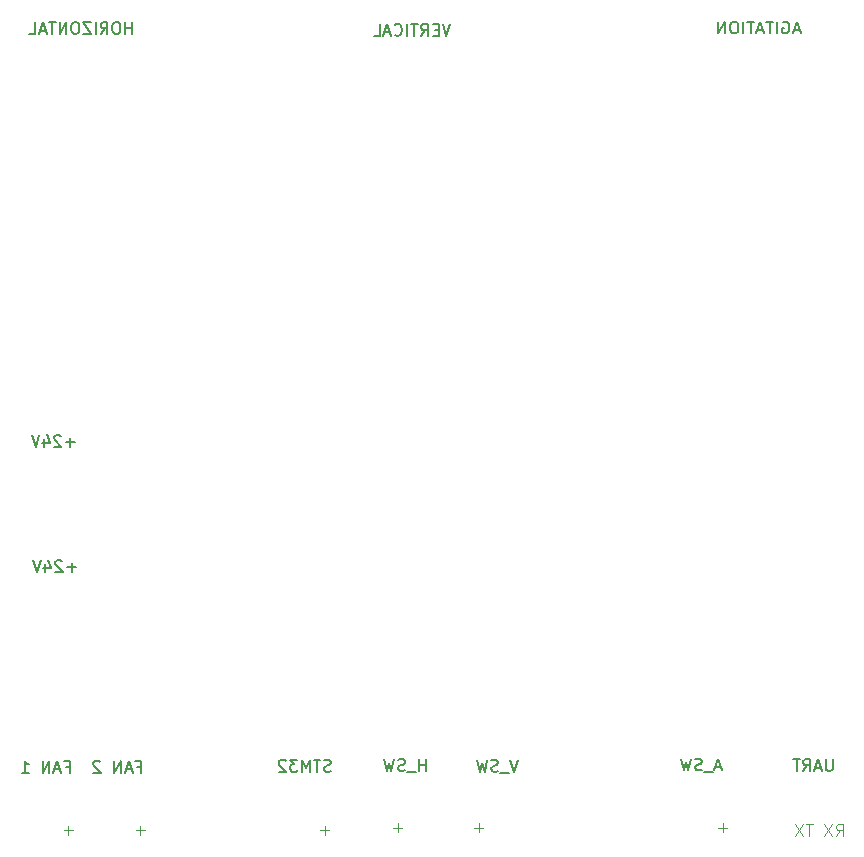
<source format=gbr>
%TF.GenerationSoftware,KiCad,Pcbnew,9.0.0*%
%TF.CreationDate,2025-05-09T00:25:25-07:00*%
%TF.ProjectId,Motor_Controller_Board_v1,4d6f746f-725f-4436-9f6e-74726f6c6c65,v1*%
%TF.SameCoordinates,Original*%
%TF.FileFunction,Legend,Bot*%
%TF.FilePolarity,Positive*%
%FSLAX46Y46*%
G04 Gerber Fmt 4.6, Leading zero omitted, Abs format (unit mm)*
G04 Created by KiCad (PCBNEW 9.0.0) date 2025-05-09 00:25:25*
%MOMM*%
%LPD*%
G01*
G04 APERTURE LIST*
%ADD10C,0.100000*%
%ADD11C,0.200000*%
G04 APERTURE END LIST*
D10*
X118396115Y-147891466D02*
X117634211Y-147891466D01*
X118015163Y-148272419D02*
X118015163Y-147510514D01*
X124496115Y-147891466D02*
X123734211Y-147891466D01*
X124115163Y-148272419D02*
X124115163Y-147510514D01*
X173796115Y-147691466D02*
X173034211Y-147691466D01*
X173415163Y-148072419D02*
X173415163Y-147310514D01*
X153146115Y-147691466D02*
X152384211Y-147691466D01*
X152765163Y-148072419D02*
X152765163Y-147310514D01*
X146296115Y-147691466D02*
X145534211Y-147691466D01*
X145915163Y-148072419D02*
X145915163Y-147310514D01*
X140096115Y-147891466D02*
X139334211Y-147891466D01*
X139715163Y-148272419D02*
X139715163Y-147510514D01*
D11*
X179927945Y-80131504D02*
X179451755Y-80131504D01*
X180023183Y-80417219D02*
X179689850Y-79417219D01*
X179689850Y-79417219D02*
X179356517Y-80417219D01*
X178499374Y-79464838D02*
X178594612Y-79417219D01*
X178594612Y-79417219D02*
X178737469Y-79417219D01*
X178737469Y-79417219D02*
X178880326Y-79464838D01*
X178880326Y-79464838D02*
X178975564Y-79560076D01*
X178975564Y-79560076D02*
X179023183Y-79655314D01*
X179023183Y-79655314D02*
X179070802Y-79845790D01*
X179070802Y-79845790D02*
X179070802Y-79988647D01*
X179070802Y-79988647D02*
X179023183Y-80179123D01*
X179023183Y-80179123D02*
X178975564Y-80274361D01*
X178975564Y-80274361D02*
X178880326Y-80369600D01*
X178880326Y-80369600D02*
X178737469Y-80417219D01*
X178737469Y-80417219D02*
X178642231Y-80417219D01*
X178642231Y-80417219D02*
X178499374Y-80369600D01*
X178499374Y-80369600D02*
X178451755Y-80321980D01*
X178451755Y-80321980D02*
X178451755Y-79988647D01*
X178451755Y-79988647D02*
X178642231Y-79988647D01*
X178023183Y-80417219D02*
X178023183Y-79417219D01*
X177689850Y-79417219D02*
X177118422Y-79417219D01*
X177404136Y-80417219D02*
X177404136Y-79417219D01*
X176832707Y-80131504D02*
X176356517Y-80131504D01*
X176927945Y-80417219D02*
X176594612Y-79417219D01*
X176594612Y-79417219D02*
X176261279Y-80417219D01*
X176070802Y-79417219D02*
X175499374Y-79417219D01*
X175785088Y-80417219D02*
X175785088Y-79417219D01*
X175166040Y-80417219D02*
X175166040Y-79417219D01*
X174499374Y-79417219D02*
X174308898Y-79417219D01*
X174308898Y-79417219D02*
X174213660Y-79464838D01*
X174213660Y-79464838D02*
X174118422Y-79560076D01*
X174118422Y-79560076D02*
X174070803Y-79750552D01*
X174070803Y-79750552D02*
X174070803Y-80083885D01*
X174070803Y-80083885D02*
X174118422Y-80274361D01*
X174118422Y-80274361D02*
X174213660Y-80369600D01*
X174213660Y-80369600D02*
X174308898Y-80417219D01*
X174308898Y-80417219D02*
X174499374Y-80417219D01*
X174499374Y-80417219D02*
X174594612Y-80369600D01*
X174594612Y-80369600D02*
X174689850Y-80274361D01*
X174689850Y-80274361D02*
X174737469Y-80083885D01*
X174737469Y-80083885D02*
X174737469Y-79750552D01*
X174737469Y-79750552D02*
X174689850Y-79560076D01*
X174689850Y-79560076D02*
X174594612Y-79464838D01*
X174594612Y-79464838D02*
X174499374Y-79417219D01*
X173642231Y-80417219D02*
X173642231Y-79417219D01*
X173642231Y-79417219D02*
X173070803Y-80417219D01*
X173070803Y-80417219D02*
X173070803Y-79417219D01*
X150373183Y-79617219D02*
X150039850Y-80617219D01*
X150039850Y-80617219D02*
X149706517Y-79617219D01*
X149373183Y-80093409D02*
X149039850Y-80093409D01*
X148896993Y-80617219D02*
X149373183Y-80617219D01*
X149373183Y-80617219D02*
X149373183Y-79617219D01*
X149373183Y-79617219D02*
X148896993Y-79617219D01*
X147896993Y-80617219D02*
X148230326Y-80141028D01*
X148468421Y-80617219D02*
X148468421Y-79617219D01*
X148468421Y-79617219D02*
X148087469Y-79617219D01*
X148087469Y-79617219D02*
X147992231Y-79664838D01*
X147992231Y-79664838D02*
X147944612Y-79712457D01*
X147944612Y-79712457D02*
X147896993Y-79807695D01*
X147896993Y-79807695D02*
X147896993Y-79950552D01*
X147896993Y-79950552D02*
X147944612Y-80045790D01*
X147944612Y-80045790D02*
X147992231Y-80093409D01*
X147992231Y-80093409D02*
X148087469Y-80141028D01*
X148087469Y-80141028D02*
X148468421Y-80141028D01*
X147611278Y-79617219D02*
X147039850Y-79617219D01*
X147325564Y-80617219D02*
X147325564Y-79617219D01*
X146706516Y-80617219D02*
X146706516Y-79617219D01*
X145658898Y-80521980D02*
X145706517Y-80569600D01*
X145706517Y-80569600D02*
X145849374Y-80617219D01*
X145849374Y-80617219D02*
X145944612Y-80617219D01*
X145944612Y-80617219D02*
X146087469Y-80569600D01*
X146087469Y-80569600D02*
X146182707Y-80474361D01*
X146182707Y-80474361D02*
X146230326Y-80379123D01*
X146230326Y-80379123D02*
X146277945Y-80188647D01*
X146277945Y-80188647D02*
X146277945Y-80045790D01*
X146277945Y-80045790D02*
X146230326Y-79855314D01*
X146230326Y-79855314D02*
X146182707Y-79760076D01*
X146182707Y-79760076D02*
X146087469Y-79664838D01*
X146087469Y-79664838D02*
X145944612Y-79617219D01*
X145944612Y-79617219D02*
X145849374Y-79617219D01*
X145849374Y-79617219D02*
X145706517Y-79664838D01*
X145706517Y-79664838D02*
X145658898Y-79712457D01*
X145277945Y-80331504D02*
X144801755Y-80331504D01*
X145373183Y-80617219D02*
X145039850Y-79617219D01*
X145039850Y-79617219D02*
X144706517Y-80617219D01*
X143896993Y-80617219D02*
X144373183Y-80617219D01*
X144373183Y-80617219D02*
X144373183Y-79617219D01*
X123430326Y-80467219D02*
X123430326Y-79467219D01*
X123430326Y-79943409D02*
X122858898Y-79943409D01*
X122858898Y-80467219D02*
X122858898Y-79467219D01*
X122192231Y-79467219D02*
X122001755Y-79467219D01*
X122001755Y-79467219D02*
X121906517Y-79514838D01*
X121906517Y-79514838D02*
X121811279Y-79610076D01*
X121811279Y-79610076D02*
X121763660Y-79800552D01*
X121763660Y-79800552D02*
X121763660Y-80133885D01*
X121763660Y-80133885D02*
X121811279Y-80324361D01*
X121811279Y-80324361D02*
X121906517Y-80419600D01*
X121906517Y-80419600D02*
X122001755Y-80467219D01*
X122001755Y-80467219D02*
X122192231Y-80467219D01*
X122192231Y-80467219D02*
X122287469Y-80419600D01*
X122287469Y-80419600D02*
X122382707Y-80324361D01*
X122382707Y-80324361D02*
X122430326Y-80133885D01*
X122430326Y-80133885D02*
X122430326Y-79800552D01*
X122430326Y-79800552D02*
X122382707Y-79610076D01*
X122382707Y-79610076D02*
X122287469Y-79514838D01*
X122287469Y-79514838D02*
X122192231Y-79467219D01*
X120763660Y-80467219D02*
X121096993Y-79991028D01*
X121335088Y-80467219D02*
X121335088Y-79467219D01*
X121335088Y-79467219D02*
X120954136Y-79467219D01*
X120954136Y-79467219D02*
X120858898Y-79514838D01*
X120858898Y-79514838D02*
X120811279Y-79562457D01*
X120811279Y-79562457D02*
X120763660Y-79657695D01*
X120763660Y-79657695D02*
X120763660Y-79800552D01*
X120763660Y-79800552D02*
X120811279Y-79895790D01*
X120811279Y-79895790D02*
X120858898Y-79943409D01*
X120858898Y-79943409D02*
X120954136Y-79991028D01*
X120954136Y-79991028D02*
X121335088Y-79991028D01*
X120335088Y-80467219D02*
X120335088Y-79467219D01*
X119954136Y-79467219D02*
X119287470Y-79467219D01*
X119287470Y-79467219D02*
X119954136Y-80467219D01*
X119954136Y-80467219D02*
X119287470Y-80467219D01*
X118716041Y-79467219D02*
X118525565Y-79467219D01*
X118525565Y-79467219D02*
X118430327Y-79514838D01*
X118430327Y-79514838D02*
X118335089Y-79610076D01*
X118335089Y-79610076D02*
X118287470Y-79800552D01*
X118287470Y-79800552D02*
X118287470Y-80133885D01*
X118287470Y-80133885D02*
X118335089Y-80324361D01*
X118335089Y-80324361D02*
X118430327Y-80419600D01*
X118430327Y-80419600D02*
X118525565Y-80467219D01*
X118525565Y-80467219D02*
X118716041Y-80467219D01*
X118716041Y-80467219D02*
X118811279Y-80419600D01*
X118811279Y-80419600D02*
X118906517Y-80324361D01*
X118906517Y-80324361D02*
X118954136Y-80133885D01*
X118954136Y-80133885D02*
X118954136Y-79800552D01*
X118954136Y-79800552D02*
X118906517Y-79610076D01*
X118906517Y-79610076D02*
X118811279Y-79514838D01*
X118811279Y-79514838D02*
X118716041Y-79467219D01*
X117858898Y-80467219D02*
X117858898Y-79467219D01*
X117858898Y-79467219D02*
X117287470Y-80467219D01*
X117287470Y-80467219D02*
X117287470Y-79467219D01*
X116954136Y-79467219D02*
X116382708Y-79467219D01*
X116668422Y-80467219D02*
X116668422Y-79467219D01*
X116096993Y-80181504D02*
X115620803Y-80181504D01*
X116192231Y-80467219D02*
X115858898Y-79467219D01*
X115858898Y-79467219D02*
X115525565Y-80467219D01*
X114716041Y-80467219D02*
X115192231Y-80467219D01*
X115192231Y-80467219D02*
X115192231Y-79467219D01*
D10*
X183024687Y-148372419D02*
X183358020Y-147896228D01*
X183596115Y-148372419D02*
X183596115Y-147372419D01*
X183596115Y-147372419D02*
X183215163Y-147372419D01*
X183215163Y-147372419D02*
X183119925Y-147420038D01*
X183119925Y-147420038D02*
X183072306Y-147467657D01*
X183072306Y-147467657D02*
X183024687Y-147562895D01*
X183024687Y-147562895D02*
X183024687Y-147705752D01*
X183024687Y-147705752D02*
X183072306Y-147800990D01*
X183072306Y-147800990D02*
X183119925Y-147848609D01*
X183119925Y-147848609D02*
X183215163Y-147896228D01*
X183215163Y-147896228D02*
X183596115Y-147896228D01*
X182691353Y-147372419D02*
X182024687Y-148372419D01*
X182024687Y-147372419D02*
X182691353Y-148372419D01*
X181038972Y-147372419D02*
X180467544Y-147372419D01*
X180753258Y-148372419D02*
X180753258Y-147372419D01*
X180229448Y-147372419D02*
X179562782Y-148372419D01*
X179562782Y-147372419D02*
X180229448Y-148372419D01*
D11*
X182730326Y-141867219D02*
X182730326Y-142676742D01*
X182730326Y-142676742D02*
X182682707Y-142771980D01*
X182682707Y-142771980D02*
X182635088Y-142819600D01*
X182635088Y-142819600D02*
X182539850Y-142867219D01*
X182539850Y-142867219D02*
X182349374Y-142867219D01*
X182349374Y-142867219D02*
X182254136Y-142819600D01*
X182254136Y-142819600D02*
X182206517Y-142771980D01*
X182206517Y-142771980D02*
X182158898Y-142676742D01*
X182158898Y-142676742D02*
X182158898Y-141867219D01*
X181730326Y-142581504D02*
X181254136Y-142581504D01*
X181825564Y-142867219D02*
X181492231Y-141867219D01*
X181492231Y-141867219D02*
X181158898Y-142867219D01*
X180254136Y-142867219D02*
X180587469Y-142391028D01*
X180825564Y-142867219D02*
X180825564Y-141867219D01*
X180825564Y-141867219D02*
X180444612Y-141867219D01*
X180444612Y-141867219D02*
X180349374Y-141914838D01*
X180349374Y-141914838D02*
X180301755Y-141962457D01*
X180301755Y-141962457D02*
X180254136Y-142057695D01*
X180254136Y-142057695D02*
X180254136Y-142200552D01*
X180254136Y-142200552D02*
X180301755Y-142295790D01*
X180301755Y-142295790D02*
X180349374Y-142343409D01*
X180349374Y-142343409D02*
X180444612Y-142391028D01*
X180444612Y-142391028D02*
X180825564Y-142391028D01*
X179968421Y-141867219D02*
X179396993Y-141867219D01*
X179682707Y-142867219D02*
X179682707Y-141867219D01*
X173277945Y-142531504D02*
X172801755Y-142531504D01*
X173373183Y-142817219D02*
X173039850Y-141817219D01*
X173039850Y-141817219D02*
X172706517Y-142817219D01*
X172611279Y-142912457D02*
X171849374Y-142912457D01*
X171658897Y-142769600D02*
X171516040Y-142817219D01*
X171516040Y-142817219D02*
X171277945Y-142817219D01*
X171277945Y-142817219D02*
X171182707Y-142769600D01*
X171182707Y-142769600D02*
X171135088Y-142721980D01*
X171135088Y-142721980D02*
X171087469Y-142626742D01*
X171087469Y-142626742D02*
X171087469Y-142531504D01*
X171087469Y-142531504D02*
X171135088Y-142436266D01*
X171135088Y-142436266D02*
X171182707Y-142388647D01*
X171182707Y-142388647D02*
X171277945Y-142341028D01*
X171277945Y-142341028D02*
X171468421Y-142293409D01*
X171468421Y-142293409D02*
X171563659Y-142245790D01*
X171563659Y-142245790D02*
X171611278Y-142198171D01*
X171611278Y-142198171D02*
X171658897Y-142102933D01*
X171658897Y-142102933D02*
X171658897Y-142007695D01*
X171658897Y-142007695D02*
X171611278Y-141912457D01*
X171611278Y-141912457D02*
X171563659Y-141864838D01*
X171563659Y-141864838D02*
X171468421Y-141817219D01*
X171468421Y-141817219D02*
X171230326Y-141817219D01*
X171230326Y-141817219D02*
X171087469Y-141864838D01*
X170754135Y-141817219D02*
X170516040Y-142817219D01*
X170516040Y-142817219D02*
X170325564Y-142102933D01*
X170325564Y-142102933D02*
X170135088Y-142817219D01*
X170135088Y-142817219D02*
X169896993Y-141817219D01*
X156123183Y-141917219D02*
X155789850Y-142917219D01*
X155789850Y-142917219D02*
X155456517Y-141917219D01*
X155361279Y-143012457D02*
X154599374Y-143012457D01*
X154408897Y-142869600D02*
X154266040Y-142917219D01*
X154266040Y-142917219D02*
X154027945Y-142917219D01*
X154027945Y-142917219D02*
X153932707Y-142869600D01*
X153932707Y-142869600D02*
X153885088Y-142821980D01*
X153885088Y-142821980D02*
X153837469Y-142726742D01*
X153837469Y-142726742D02*
X153837469Y-142631504D01*
X153837469Y-142631504D02*
X153885088Y-142536266D01*
X153885088Y-142536266D02*
X153932707Y-142488647D01*
X153932707Y-142488647D02*
X154027945Y-142441028D01*
X154027945Y-142441028D02*
X154218421Y-142393409D01*
X154218421Y-142393409D02*
X154313659Y-142345790D01*
X154313659Y-142345790D02*
X154361278Y-142298171D01*
X154361278Y-142298171D02*
X154408897Y-142202933D01*
X154408897Y-142202933D02*
X154408897Y-142107695D01*
X154408897Y-142107695D02*
X154361278Y-142012457D01*
X154361278Y-142012457D02*
X154313659Y-141964838D01*
X154313659Y-141964838D02*
X154218421Y-141917219D01*
X154218421Y-141917219D02*
X153980326Y-141917219D01*
X153980326Y-141917219D02*
X153837469Y-141964838D01*
X153504135Y-141917219D02*
X153266040Y-142917219D01*
X153266040Y-142917219D02*
X153075564Y-142202933D01*
X153075564Y-142202933D02*
X152885088Y-142917219D01*
X152885088Y-142917219D02*
X152646993Y-141917219D01*
X148280326Y-142867219D02*
X148280326Y-141867219D01*
X148280326Y-142343409D02*
X147708898Y-142343409D01*
X147708898Y-142867219D02*
X147708898Y-141867219D01*
X147470803Y-142962457D02*
X146708898Y-142962457D01*
X146518421Y-142819600D02*
X146375564Y-142867219D01*
X146375564Y-142867219D02*
X146137469Y-142867219D01*
X146137469Y-142867219D02*
X146042231Y-142819600D01*
X146042231Y-142819600D02*
X145994612Y-142771980D01*
X145994612Y-142771980D02*
X145946993Y-142676742D01*
X145946993Y-142676742D02*
X145946993Y-142581504D01*
X145946993Y-142581504D02*
X145994612Y-142486266D01*
X145994612Y-142486266D02*
X146042231Y-142438647D01*
X146042231Y-142438647D02*
X146137469Y-142391028D01*
X146137469Y-142391028D02*
X146327945Y-142343409D01*
X146327945Y-142343409D02*
X146423183Y-142295790D01*
X146423183Y-142295790D02*
X146470802Y-142248171D01*
X146470802Y-142248171D02*
X146518421Y-142152933D01*
X146518421Y-142152933D02*
X146518421Y-142057695D01*
X146518421Y-142057695D02*
X146470802Y-141962457D01*
X146470802Y-141962457D02*
X146423183Y-141914838D01*
X146423183Y-141914838D02*
X146327945Y-141867219D01*
X146327945Y-141867219D02*
X146089850Y-141867219D01*
X146089850Y-141867219D02*
X145946993Y-141914838D01*
X145613659Y-141867219D02*
X145375564Y-142867219D01*
X145375564Y-142867219D02*
X145185088Y-142152933D01*
X145185088Y-142152933D02*
X144994612Y-142867219D01*
X144994612Y-142867219D02*
X144756517Y-141867219D01*
X140227945Y-142869600D02*
X140085088Y-142917219D01*
X140085088Y-142917219D02*
X139846993Y-142917219D01*
X139846993Y-142917219D02*
X139751755Y-142869600D01*
X139751755Y-142869600D02*
X139704136Y-142821980D01*
X139704136Y-142821980D02*
X139656517Y-142726742D01*
X139656517Y-142726742D02*
X139656517Y-142631504D01*
X139656517Y-142631504D02*
X139704136Y-142536266D01*
X139704136Y-142536266D02*
X139751755Y-142488647D01*
X139751755Y-142488647D02*
X139846993Y-142441028D01*
X139846993Y-142441028D02*
X140037469Y-142393409D01*
X140037469Y-142393409D02*
X140132707Y-142345790D01*
X140132707Y-142345790D02*
X140180326Y-142298171D01*
X140180326Y-142298171D02*
X140227945Y-142202933D01*
X140227945Y-142202933D02*
X140227945Y-142107695D01*
X140227945Y-142107695D02*
X140180326Y-142012457D01*
X140180326Y-142012457D02*
X140132707Y-141964838D01*
X140132707Y-141964838D02*
X140037469Y-141917219D01*
X140037469Y-141917219D02*
X139799374Y-141917219D01*
X139799374Y-141917219D02*
X139656517Y-141964838D01*
X139370802Y-141917219D02*
X138799374Y-141917219D01*
X139085088Y-142917219D02*
X139085088Y-141917219D01*
X138466040Y-142917219D02*
X138466040Y-141917219D01*
X138466040Y-141917219D02*
X138132707Y-142631504D01*
X138132707Y-142631504D02*
X137799374Y-141917219D01*
X137799374Y-141917219D02*
X137799374Y-142917219D01*
X137418421Y-141917219D02*
X136799374Y-141917219D01*
X136799374Y-141917219D02*
X137132707Y-142298171D01*
X137132707Y-142298171D02*
X136989850Y-142298171D01*
X136989850Y-142298171D02*
X136894612Y-142345790D01*
X136894612Y-142345790D02*
X136846993Y-142393409D01*
X136846993Y-142393409D02*
X136799374Y-142488647D01*
X136799374Y-142488647D02*
X136799374Y-142726742D01*
X136799374Y-142726742D02*
X136846993Y-142821980D01*
X136846993Y-142821980D02*
X136894612Y-142869600D01*
X136894612Y-142869600D02*
X136989850Y-142917219D01*
X136989850Y-142917219D02*
X137275564Y-142917219D01*
X137275564Y-142917219D02*
X137370802Y-142869600D01*
X137370802Y-142869600D02*
X137418421Y-142821980D01*
X136418421Y-142012457D02*
X136370802Y-141964838D01*
X136370802Y-141964838D02*
X136275564Y-141917219D01*
X136275564Y-141917219D02*
X136037469Y-141917219D01*
X136037469Y-141917219D02*
X135942231Y-141964838D01*
X135942231Y-141964838D02*
X135894612Y-142012457D01*
X135894612Y-142012457D02*
X135846993Y-142107695D01*
X135846993Y-142107695D02*
X135846993Y-142202933D01*
X135846993Y-142202933D02*
X135894612Y-142345790D01*
X135894612Y-142345790D02*
X136466040Y-142917219D01*
X136466040Y-142917219D02*
X135846993Y-142917219D01*
X123846993Y-142493409D02*
X124180326Y-142493409D01*
X124180326Y-143017219D02*
X124180326Y-142017219D01*
X124180326Y-142017219D02*
X123704136Y-142017219D01*
X123370802Y-142731504D02*
X122894612Y-142731504D01*
X123466040Y-143017219D02*
X123132707Y-142017219D01*
X123132707Y-142017219D02*
X122799374Y-143017219D01*
X122466040Y-143017219D02*
X122466040Y-142017219D01*
X122466040Y-142017219D02*
X121894612Y-143017219D01*
X121894612Y-143017219D02*
X121894612Y-142017219D01*
X120704135Y-142112457D02*
X120656516Y-142064838D01*
X120656516Y-142064838D02*
X120561278Y-142017219D01*
X120561278Y-142017219D02*
X120323183Y-142017219D01*
X120323183Y-142017219D02*
X120227945Y-142064838D01*
X120227945Y-142064838D02*
X120180326Y-142112457D01*
X120180326Y-142112457D02*
X120132707Y-142207695D01*
X120132707Y-142207695D02*
X120132707Y-142302933D01*
X120132707Y-142302933D02*
X120180326Y-142445790D01*
X120180326Y-142445790D02*
X120751754Y-143017219D01*
X120751754Y-143017219D02*
X120132707Y-143017219D01*
X117796993Y-142493409D02*
X118130326Y-142493409D01*
X118130326Y-143017219D02*
X118130326Y-142017219D01*
X118130326Y-142017219D02*
X117654136Y-142017219D01*
X117320802Y-142731504D02*
X116844612Y-142731504D01*
X117416040Y-143017219D02*
X117082707Y-142017219D01*
X117082707Y-142017219D02*
X116749374Y-143017219D01*
X116416040Y-143017219D02*
X116416040Y-142017219D01*
X116416040Y-142017219D02*
X115844612Y-143017219D01*
X115844612Y-143017219D02*
X115844612Y-142017219D01*
X114082707Y-143017219D02*
X114654135Y-143017219D01*
X114368421Y-143017219D02*
X114368421Y-142017219D01*
X114368421Y-142017219D02*
X114463659Y-142160076D01*
X114463659Y-142160076D02*
X114558897Y-142255314D01*
X114558897Y-142255314D02*
X114654135Y-142302933D01*
X118580326Y-115036266D02*
X117818422Y-115036266D01*
X118199374Y-115417219D02*
X118199374Y-114655314D01*
X117389850Y-114512457D02*
X117342231Y-114464838D01*
X117342231Y-114464838D02*
X117246993Y-114417219D01*
X117246993Y-114417219D02*
X117008898Y-114417219D01*
X117008898Y-114417219D02*
X116913660Y-114464838D01*
X116913660Y-114464838D02*
X116866041Y-114512457D01*
X116866041Y-114512457D02*
X116818422Y-114607695D01*
X116818422Y-114607695D02*
X116818422Y-114702933D01*
X116818422Y-114702933D02*
X116866041Y-114845790D01*
X116866041Y-114845790D02*
X117437469Y-115417219D01*
X117437469Y-115417219D02*
X116818422Y-115417219D01*
X115961279Y-114750552D02*
X115961279Y-115417219D01*
X116199374Y-114369600D02*
X116437469Y-115083885D01*
X116437469Y-115083885D02*
X115818422Y-115083885D01*
X115580326Y-114417219D02*
X115246993Y-115417219D01*
X115246993Y-115417219D02*
X114913660Y-114417219D01*
X118680326Y-125636266D02*
X117918422Y-125636266D01*
X118299374Y-126017219D02*
X118299374Y-125255314D01*
X117489850Y-125112457D02*
X117442231Y-125064838D01*
X117442231Y-125064838D02*
X117346993Y-125017219D01*
X117346993Y-125017219D02*
X117108898Y-125017219D01*
X117108898Y-125017219D02*
X117013660Y-125064838D01*
X117013660Y-125064838D02*
X116966041Y-125112457D01*
X116966041Y-125112457D02*
X116918422Y-125207695D01*
X116918422Y-125207695D02*
X116918422Y-125302933D01*
X116918422Y-125302933D02*
X116966041Y-125445790D01*
X116966041Y-125445790D02*
X117537469Y-126017219D01*
X117537469Y-126017219D02*
X116918422Y-126017219D01*
X116061279Y-125350552D02*
X116061279Y-126017219D01*
X116299374Y-124969600D02*
X116537469Y-125683885D01*
X116537469Y-125683885D02*
X115918422Y-125683885D01*
X115680326Y-125017219D02*
X115346993Y-126017219D01*
X115346993Y-126017219D02*
X115013660Y-125017219D01*
M02*

</source>
